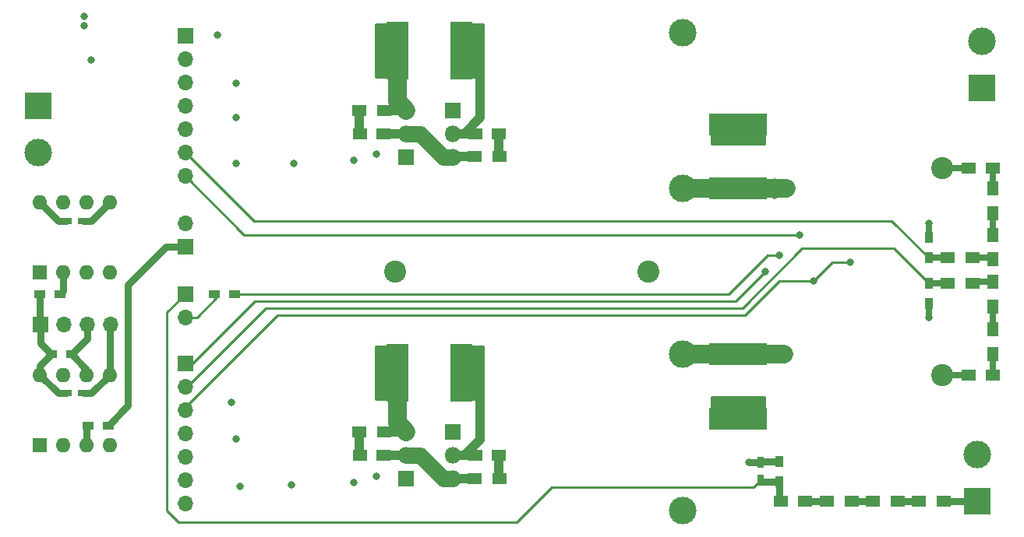
<source format=gbr>
%TF.GenerationSoftware,KiCad,Pcbnew,(5.1.10)-1*%
%TF.CreationDate,2022-06-03T10:18:56+01:00*%
%TF.ProjectId,GTI_V3,4754495f-5633-42e6-9b69-6361645f7063,rev?*%
%TF.SameCoordinates,Original*%
%TF.FileFunction,Copper,L4,Bot*%
%TF.FilePolarity,Positive*%
%FSLAX46Y46*%
G04 Gerber Fmt 4.6, Leading zero omitted, Abs format (unit mm)*
G04 Created by KiCad (PCBNEW (5.1.10)-1) date 2022-06-03 10:18:56*
%MOMM*%
%LPD*%
G01*
G04 APERTURE LIST*
%TA.AperFunction,SMDPad,CuDef*%
%ADD10R,1.200000X0.900000*%
%TD*%
%TA.AperFunction,SMDPad,CuDef*%
%ADD11R,1.500000X1.300000*%
%TD*%
%TA.AperFunction,SMDPad,CuDef*%
%ADD12R,1.500000X1.250000*%
%TD*%
%TA.AperFunction,ComponentPad*%
%ADD13R,1.700000X1.700000*%
%TD*%
%TA.AperFunction,ComponentPad*%
%ADD14O,1.700000X1.700000*%
%TD*%
%TA.AperFunction,SMDPad,CuDef*%
%ADD15R,0.900000X1.200000*%
%TD*%
%TA.AperFunction,SMDPad,CuDef*%
%ADD16R,0.750000X1.200000*%
%TD*%
%TA.AperFunction,ComponentPad*%
%ADD17O,1.600000X1.600000*%
%TD*%
%TA.AperFunction,ComponentPad*%
%ADD18R,1.600000X1.600000*%
%TD*%
%TA.AperFunction,ComponentPad*%
%ADD19R,3.000000X3.000000*%
%TD*%
%TA.AperFunction,ComponentPad*%
%ADD20C,3.000000*%
%TD*%
%TA.AperFunction,SMDPad,CuDef*%
%ADD21R,1.200000X0.750000*%
%TD*%
%TA.AperFunction,SMDPad,CuDef*%
%ADD22R,6.350000X2.400000*%
%TD*%
%TA.AperFunction,ComponentPad*%
%ADD23C,2.400000*%
%TD*%
%TA.AperFunction,SMDPad,CuDef*%
%ADD24R,2.400000X6.350000*%
%TD*%
%TA.AperFunction,SMDPad,CuDef*%
%ADD25R,1.300000X1.500000*%
%TD*%
%TA.AperFunction,ComponentPad*%
%ADD26O,1.800000X1.800000*%
%TD*%
%TA.AperFunction,ComponentPad*%
%ADD27R,1.800000X1.800000*%
%TD*%
%TA.AperFunction,ComponentPad*%
%ADD28C,2.999740*%
%TD*%
%TA.AperFunction,ViaPad*%
%ADD29C,0.800000*%
%TD*%
%TA.AperFunction,Conductor*%
%ADD30C,1.000000*%
%TD*%
%TA.AperFunction,Conductor*%
%ADD31C,0.750000*%
%TD*%
%TA.AperFunction,Conductor*%
%ADD32C,0.250000*%
%TD*%
%TA.AperFunction,Conductor*%
%ADD33C,0.650000*%
%TD*%
%TA.AperFunction,Conductor*%
%ADD34C,2.000000*%
%TD*%
%TA.AperFunction,Conductor*%
%ADD35C,1.750000*%
%TD*%
%TA.AperFunction,Conductor*%
%ADD36C,0.254000*%
%TD*%
%TA.AperFunction,Conductor*%
%ADD37C,0.100000*%
%TD*%
G04 APERTURE END LIST*
D10*
%TO.P,R31,1*%
%TO.N,GND*%
X124150000Y-92500000D03*
%TO.P,R31,2*%
%TO.N,GNDA*%
X126350000Y-92500000D03*
%TD*%
D11*
%TO.P,R25,1*%
%TO.N,GND*%
X142600000Y-107500000D03*
%TO.P,R25,2*%
%TO.N,Net-(C20-Pad2)*%
X139900000Y-107500000D03*
%TD*%
%TO.P,R22,1*%
%TO.N,Net-(C15-Pad2)*%
X152400000Y-112500000D03*
%TO.P,R22,2*%
%TO.N,Net-(C14-Pad2)*%
X155100000Y-112500000D03*
%TD*%
%TO.P,R7,1*%
%TO.N,GND*%
X142600000Y-72500000D03*
%TO.P,R7,2*%
%TO.N,Net-(C11-Pad2)*%
X139900000Y-72500000D03*
%TD*%
%TO.P,R4,1*%
%TO.N,Net-(C11-Pad1)*%
X152400000Y-77500000D03*
%TO.P,R4,2*%
%TO.N,Net-(C4-Pad2)*%
X155100000Y-77500000D03*
%TD*%
D12*
%TO.P,C20,1*%
%TO.N,Net-(C15-Pad2)*%
X142500000Y-110000000D03*
%TO.P,C20,2*%
%TO.N,Net-(C20-Pad2)*%
X140000000Y-110000000D03*
%TD*%
%TO.P,C14,1*%
%TO.N,VBUS*%
X152500000Y-110000000D03*
%TO.P,C14,2*%
%TO.N,Net-(C14-Pad2)*%
X155000000Y-110000000D03*
%TD*%
%TO.P,C11,1*%
%TO.N,Net-(C11-Pad1)*%
X142500000Y-75000000D03*
%TO.P,C11,2*%
%TO.N,Net-(C11-Pad2)*%
X140000000Y-75000000D03*
%TD*%
%TO.P,C4,1*%
%TO.N,VBUS*%
X152500000Y-75000000D03*
%TO.P,C4,2*%
%TO.N,Net-(C4-Pad2)*%
X155000000Y-75000000D03*
%TD*%
D13*
%TO.P,J8,1*%
%TO.N,/VBUS_Sense*%
X121000000Y-92440000D03*
D14*
%TO.P,J8,2*%
%TO.N,GND*%
X121000000Y-94980000D03*
%TD*%
D11*
%TO.P,R36,1*%
%TO.N,VBUS*%
X203350000Y-115000000D03*
%TO.P,R36,2*%
%TO.N,Net-(R35-Pad1)*%
X200650000Y-115000000D03*
%TD*%
%TO.P,R35,1*%
%TO.N,Net-(R35-Pad1)*%
X198350000Y-115000000D03*
%TO.P,R35,2*%
%TO.N,Net-(R34-Pad1)*%
X195650000Y-115000000D03*
%TD*%
%TO.P,R34,1*%
%TO.N,Net-(R34-Pad1)*%
X193350000Y-115000000D03*
%TO.P,R34,2*%
%TO.N,Net-(R33-Pad1)*%
X190650000Y-115000000D03*
%TD*%
%TO.P,R33,1*%
%TO.N,Net-(R33-Pad1)*%
X188350000Y-115000000D03*
%TO.P,R33,2*%
%TO.N,/VBUS_Sense*%
X185650000Y-115000000D03*
%TD*%
D15*
%TO.P,R32,1*%
%TO.N,GND*%
X185500000Y-110650000D03*
%TO.P,R32,2*%
%TO.N,/VBUS_Sense*%
X185500000Y-112850000D03*
%TD*%
D16*
%TO.P,C27,1*%
%TO.N,/VBUS_Sense*%
X183500000Y-112700000D03*
%TO.P,C27,2*%
%TO.N,GND*%
X183500000Y-110800000D03*
%TD*%
D13*
%TO.P,J3,1*%
%TO.N,+3V3*%
X121000000Y-64380000D03*
D14*
%TO.P,J3,2*%
%TO.N,GND*%
X121000000Y-66920000D03*
%TO.P,J3,3*%
%TO.N,Net-(IC1-Pad12)*%
X121000000Y-69460000D03*
%TO.P,J3,4*%
%TO.N,Net-(IC1-Pad13)*%
X121000000Y-72000000D03*
%TO.P,J3,5*%
%TO.N,Net-(IC1-Pad14)*%
X121000000Y-74540000D03*
%TO.P,J3,6*%
%TO.N,/V_Sense_A*%
X121000000Y-77080000D03*
%TO.P,J3,7*%
%TO.N,/I_Sense_A*%
X121000000Y-79620000D03*
%TD*%
D17*
%TO.P,U6,8*%
%TO.N,/Ext_Vdd*%
X105170000Y-101250000D03*
%TO.P,U6,4*%
%TO.N,N/C*%
X112790000Y-108870000D03*
%TO.P,U6,7*%
%TO.N,Net-(U6-Pad7)*%
X107710000Y-101250000D03*
%TO.P,U6,3*%
%TO.N,Net-(R30-Pad2)*%
X110250000Y-108870000D03*
%TO.P,U6,6*%
%TO.N,/Ext_Rx*%
X110250000Y-101250000D03*
%TO.P,U6,2*%
%TO.N,+3V3*%
X107710000Y-108870000D03*
%TO.P,U6,5*%
%TO.N,/Ext_Gnd*%
X112790000Y-101250000D03*
D18*
%TO.P,U6,1*%
%TO.N,Net-(U6-Pad1)*%
X105170000Y-108870000D03*
%TD*%
D17*
%TO.P,U5,8*%
%TO.N,+3V3*%
X105170000Y-82500000D03*
%TO.P,U5,4*%
%TO.N,N/C*%
X112790000Y-90120000D03*
%TO.P,U5,7*%
%TO.N,Net-(U5-Pad7)*%
X107710000Y-82500000D03*
%TO.P,U5,3*%
%TO.N,/Ext_Tx*%
X110250000Y-90120000D03*
%TO.P,U5,6*%
%TO.N,/Rx*%
X110250000Y-82500000D03*
%TO.P,U5,2*%
%TO.N,Net-(R28-Pad1)*%
X107710000Y-90120000D03*
%TO.P,U5,5*%
%TO.N,GND*%
X112790000Y-82500000D03*
D18*
%TO.P,U5,1*%
%TO.N,Net-(U5-Pad1)*%
X105170000Y-90120000D03*
%TD*%
D10*
%TO.P,R30,1*%
%TO.N,/Tx*%
X112600000Y-106750000D03*
%TO.P,R30,2*%
%TO.N,Net-(R30-Pad2)*%
X110400000Y-106750000D03*
%TD*%
%TO.P,R29,1*%
%TO.N,/Ext_Rx*%
X108600000Y-99000000D03*
%TO.P,R29,2*%
%TO.N,/Ext_Vdd*%
X106400000Y-99000000D03*
%TD*%
%TO.P,R28,1*%
%TO.N,Net-(R28-Pad1)*%
X107350000Y-92500000D03*
%TO.P,R28,2*%
%TO.N,/Ext_Vdd*%
X105150000Y-92500000D03*
%TD*%
D13*
%TO.P,J7,1*%
%TO.N,/Ext_Vdd*%
X105210000Y-95750000D03*
D14*
%TO.P,J7,2*%
%TO.N,/Ext_Tx*%
X107750000Y-95750000D03*
%TO.P,J7,3*%
%TO.N,/Ext_Rx*%
X110290000Y-95750000D03*
%TO.P,J7,4*%
%TO.N,/Ext_Gnd*%
X112830000Y-95750000D03*
%TD*%
D19*
%TO.P,J5,1*%
%TO.N,Net-(C13-Pad2)*%
X207500000Y-70000000D03*
D20*
%TO.P,J5,2*%
%TO.N,Net-(C13-Pad1)*%
X207500000Y-64920000D03*
%TD*%
D13*
%TO.P,J4,1*%
%TO.N,/Tx*%
X121000000Y-87290000D03*
D14*
%TO.P,J4,2*%
%TO.N,/Rx*%
X121000000Y-84750000D03*
%TD*%
D19*
%TO.P,J2,1*%
%TO.N,VBUS*%
X207000000Y-115000000D03*
D20*
%TO.P,J2,2*%
%TO.N,GND*%
X207000000Y-109920000D03*
%TD*%
D19*
%TO.P,J1,1*%
%TO.N,VCC*%
X105000000Y-72000000D03*
D20*
%TO.P,J1,2*%
%TO.N,GND*%
X105000000Y-77080000D03*
%TD*%
D21*
%TO.P,C26,1*%
%TO.N,/Ext_Vdd*%
X108050000Y-103250000D03*
%TO.P,C26,2*%
%TO.N,/Ext_Gnd*%
X109950000Y-103250000D03*
%TD*%
%TO.P,C22,1*%
%TO.N,+3V3*%
X108050000Y-84500000D03*
%TO.P,C22,2*%
%TO.N,GND*%
X109950000Y-84500000D03*
%TD*%
D22*
%TO.P,C10,1*%
%TO.N,Net-(C10-Pad1)*%
X181000000Y-81000000D03*
%TO.P,C10,2*%
%TO.N,GND*%
X181000000Y-74000000D03*
%TD*%
D23*
%TO.P,C13,2*%
%TO.N,Net-(C13-Pad2)*%
X203250000Y-101250000D03*
%TO.P,C13,1*%
%TO.N,Net-(C13-Pad1)*%
X203250000Y-78750000D03*
%TD*%
D22*
%TO.P,C19,2*%
%TO.N,GND*%
X181000000Y-106000000D03*
%TO.P,C19,1*%
%TO.N,Net-(C19-Pad1)*%
X181000000Y-99000000D03*
%TD*%
D23*
%TO.P,C23,1*%
%TO.N,VBUS*%
X171250000Y-90000000D03*
%TO.P,C23,2*%
%TO.N,GND*%
X143750000Y-90000000D03*
%TD*%
D24*
%TO.P,C24,1*%
%TO.N,VBUS*%
X151000000Y-66000000D03*
%TO.P,C24,2*%
%TO.N,GND*%
X144000000Y-66000000D03*
%TD*%
%TO.P,C25,2*%
%TO.N,GND*%
X144000000Y-101000000D03*
%TO.P,C25,1*%
%TO.N,VBUS*%
X151000000Y-101000000D03*
%TD*%
D13*
%TO.P,J6,1*%
%TO.N,/I_Sense_B*%
X121000000Y-100000000D03*
D14*
%TO.P,J6,2*%
%TO.N,/V_Sense_B*%
X121000000Y-102540000D03*
%TO.P,J6,3*%
%TO.N,+3V3*%
X121000000Y-105080000D03*
%TO.P,J6,4*%
%TO.N,Net-(IC2-Pad12)*%
X121000000Y-107620000D03*
%TO.P,J6,5*%
%TO.N,Net-(IC2-Pad13)*%
X121000000Y-110160000D03*
%TO.P,J6,6*%
%TO.N,Net-(IC2-Pad14)*%
X121000000Y-112700000D03*
%TO.P,J6,7*%
%TO.N,GND*%
X121000000Y-115240000D03*
%TD*%
D11*
%TO.P,R18,1*%
%TO.N,Net-(C13-Pad2)*%
X206050000Y-101250000D03*
%TO.P,R18,2*%
%TO.N,Net-(R17-Pad1)*%
X208750000Y-101250000D03*
%TD*%
D25*
%TO.P,R17,1*%
%TO.N,Net-(R17-Pad1)*%
X208750000Y-99000000D03*
%TO.P,R17,2*%
%TO.N,Net-(R16-Pad1)*%
X208750000Y-96300000D03*
%TD*%
%TO.P,R16,1*%
%TO.N,Net-(R16-Pad1)*%
X208750000Y-93850000D03*
%TO.P,R16,2*%
%TO.N,Net-(R15-Pad1)*%
X208750000Y-91150000D03*
%TD*%
D11*
%TO.P,R15,1*%
%TO.N,Net-(R15-Pad1)*%
X206500000Y-91250000D03*
%TO.P,R15,2*%
%TO.N,/V_Sense_B*%
X203800000Y-91250000D03*
%TD*%
%TO.P,R13,1*%
%TO.N,Net-(C13-Pad1)*%
X206050000Y-78750000D03*
%TO.P,R13,2*%
%TO.N,Net-(R12-Pad1)*%
X208750000Y-78750000D03*
%TD*%
D25*
%TO.P,R12,1*%
%TO.N,Net-(R12-Pad1)*%
X208750000Y-81000000D03*
%TO.P,R12,2*%
%TO.N,Net-(R11-Pad1)*%
X208750000Y-83700000D03*
%TD*%
%TO.P,R11,1*%
%TO.N,Net-(R11-Pad1)*%
X208750000Y-86000000D03*
%TO.P,R11,2*%
%TO.N,Net-(R10-Pad1)*%
X208750000Y-88700000D03*
%TD*%
D11*
%TO.P,R10,1*%
%TO.N,Net-(R10-Pad1)*%
X206500000Y-88500000D03*
%TO.P,R10,2*%
%TO.N,/V_Sense_A*%
X203800000Y-88500000D03*
%TD*%
D26*
%TO.P,Q4,3*%
%TO.N,GND*%
X145000000Y-107460000D03*
%TO.P,Q4,2*%
%TO.N,Net-(C15-Pad2)*%
X145000000Y-110000000D03*
D27*
%TO.P,Q4,1*%
%TO.N,Net-(Q4-Pad1)*%
X145000000Y-112540000D03*
%TD*%
D26*
%TO.P,Q3,3*%
%TO.N,Net-(C15-Pad2)*%
X150000000Y-112540000D03*
%TO.P,Q3,2*%
%TO.N,VBUS*%
X150000000Y-110000000D03*
D27*
%TO.P,Q3,1*%
%TO.N,Net-(Q3-Pad1)*%
X150000000Y-107460000D03*
%TD*%
D28*
%TO.P,L2,2*%
%TO.N,Net-(C19-Pad1)*%
X175000000Y-99001160D03*
%TO.P,L2,1*%
%TO.N,Net-(C15-Pad2)*%
X175000000Y-115998840D03*
%TD*%
D15*
%TO.P,R14,1*%
%TO.N,GND*%
X201750000Y-93450000D03*
%TO.P,R14,2*%
%TO.N,/V_Sense_B*%
X201750000Y-91250000D03*
%TD*%
%TO.P,R9,1*%
%TO.N,GND*%
X201750000Y-86300000D03*
%TO.P,R9,2*%
%TO.N,/V_Sense_A*%
X201750000Y-88500000D03*
%TD*%
D28*
%TO.P,L1,1*%
%TO.N,Net-(C11-Pad1)*%
X175000000Y-64001160D03*
%TO.P,L1,2*%
%TO.N,Net-(C10-Pad1)*%
X175000000Y-80998840D03*
%TD*%
D27*
%TO.P,Q2,1*%
%TO.N,Net-(Q2-Pad1)*%
X145000000Y-77540000D03*
D26*
%TO.P,Q2,2*%
%TO.N,Net-(C11-Pad1)*%
X145000000Y-75000000D03*
%TO.P,Q2,3*%
%TO.N,GND*%
X145000000Y-72460000D03*
%TD*%
%TO.P,Q1,3*%
%TO.N,Net-(C11-Pad1)*%
X150000000Y-77540000D03*
%TO.P,Q1,2*%
%TO.N,VBUS*%
X150000000Y-75000000D03*
D27*
%TO.P,Q1,1*%
%TO.N,Net-(Q1-Pad1)*%
X150000000Y-72460000D03*
%TD*%
D29*
%TO.N,VBUS*%
X153000000Y-63500000D03*
X153000000Y-64500000D03*
X153000000Y-65500000D03*
X153000000Y-66500000D03*
X153000000Y-67500000D03*
X153000000Y-68500000D03*
X153000000Y-98500000D03*
X153000000Y-99500000D03*
X153000000Y-100500000D03*
X153000000Y-101500000D03*
X153000000Y-102500000D03*
X153000000Y-103500000D03*
%TO.N,+3V3*%
X193250000Y-89000000D03*
X189250000Y-91000000D03*
X110000000Y-62250000D03*
X110000000Y-63250000D03*
X126500000Y-108250000D03*
X126500000Y-78250000D03*
X126500000Y-73250000D03*
X126500000Y-69500000D03*
X126899999Y-113350001D03*
%TO.N,GNDA*%
X185500000Y-88250000D03*
%TO.N,GND*%
X124500000Y-64250000D03*
X110750000Y-67000000D03*
X182250000Y-110750000D03*
X201750000Y-95000000D03*
X201750000Y-84750000D03*
X139250000Y-112950000D03*
X139300000Y-77950000D03*
X142000000Y-63500000D03*
X142000000Y-64500000D03*
X142000000Y-65500000D03*
X142000000Y-66500000D03*
X142000000Y-67500000D03*
X142000000Y-68500000D03*
X142000000Y-98500000D03*
X142000000Y-99500000D03*
X142000000Y-100500000D03*
X142000000Y-101500000D03*
X142000000Y-102500000D03*
X142000000Y-103500000D03*
X178500000Y-104000000D03*
X179500000Y-104000000D03*
X180500000Y-104000000D03*
X181500000Y-104000000D03*
X182500000Y-104000000D03*
X183500000Y-104000000D03*
X178500000Y-75750000D03*
X179500000Y-75750000D03*
X180500000Y-75750000D03*
X181500000Y-75750000D03*
X182500000Y-75750000D03*
X183500000Y-75750000D03*
X141750000Y-77250000D03*
X141750000Y-112250000D03*
X132500000Y-113250000D03*
X132750000Y-78250000D03*
X126000000Y-104250000D03*
%TO.N,Net-(C10-Pad1)*%
X185000000Y-80250000D03*
X185000000Y-81750000D03*
X186250000Y-81000000D03*
%TO.N,/I_Sense_A*%
X187750000Y-86000000D03*
%TO.N,/I_Sense_B*%
X184000000Y-90000000D03*
%TO.N,Net-(C19-Pad1)*%
X185000000Y-98400000D03*
X185000000Y-99600000D03*
X186000000Y-99000000D03*
%TD*%
D30*
%TO.N,VBUS*%
X152500000Y-75000000D02*
X150000000Y-75000000D01*
X150000000Y-110000000D02*
X152500000Y-110000000D01*
D31*
X207000000Y-115000000D02*
X203350000Y-115000000D01*
D30*
X153000000Y-108272792D02*
X153000000Y-103500000D01*
X151272792Y-110000000D02*
X153000000Y-108272792D01*
X150000000Y-110000000D02*
X151272792Y-110000000D01*
X153000000Y-73272792D02*
X153000000Y-68500000D01*
X151272792Y-75000000D02*
X153000000Y-73272792D01*
X150000000Y-75000000D02*
X151272792Y-75000000D01*
D32*
%TO.N,+3V3*%
X191250000Y-89000000D02*
X189250000Y-91000000D01*
X193250000Y-89000000D02*
X191250000Y-89000000D01*
D31*
X107170000Y-84500000D02*
X105170000Y-82500000D01*
X108050000Y-84500000D02*
X107170000Y-84500000D01*
D32*
X121000000Y-104750000D02*
X121000000Y-105080000D01*
X131000000Y-94750000D02*
X121000000Y-104750000D01*
X181750000Y-94750000D02*
X131000000Y-94750000D01*
X185500000Y-91000000D02*
X181750000Y-94750000D01*
X189250000Y-91000000D02*
X185500000Y-91000000D01*
%TO.N,GNDA*%
X126850000Y-92500000D02*
X126600000Y-92250000D01*
X180000000Y-92500000D02*
X126850000Y-92500000D01*
X184250000Y-88250000D02*
X180000000Y-92500000D01*
X185500000Y-88250000D02*
X184250000Y-88250000D01*
D31*
%TO.N,GND*%
X110790000Y-84500000D02*
X112790000Y-82500000D01*
X109950000Y-84500000D02*
X110790000Y-84500000D01*
X112750000Y-82540000D02*
X112790000Y-82500000D01*
D33*
X201750000Y-84750000D02*
X201750000Y-86300000D01*
X201750000Y-95000000D02*
X201750000Y-93450000D01*
D30*
X144960000Y-72500000D02*
X145000000Y-72460000D01*
X142600000Y-72500000D02*
X144960000Y-72500000D01*
X144960000Y-107500000D02*
X145000000Y-107460000D01*
X142600000Y-107500000D02*
X144960000Y-107500000D01*
D31*
X183650000Y-110650000D02*
X183500000Y-110800000D01*
X185500000Y-110650000D02*
X183650000Y-110650000D01*
X183450000Y-110750000D02*
X183500000Y-110800000D01*
X182250000Y-110750000D02*
X183450000Y-110750000D01*
D34*
X144000000Y-71460000D02*
X145000000Y-72460000D01*
X144000000Y-66000000D02*
X144000000Y-71460000D01*
X144000000Y-106460000D02*
X145000000Y-107460000D01*
X144000000Y-101000000D02*
X144000000Y-106460000D01*
D32*
X121000000Y-94980000D02*
X122270000Y-94980000D01*
X124400000Y-92850000D02*
X124400000Y-92250000D01*
X122270000Y-94980000D02*
X124400000Y-92850000D01*
D34*
%TO.N,Net-(C10-Pad1)*%
X180998840Y-80998840D02*
X181000000Y-81000000D01*
X175000000Y-80998840D02*
X180998840Y-80998840D01*
X181000000Y-81000000D02*
X186250000Y-81000000D01*
D30*
%TO.N,Net-(C11-Pad2)*%
X139900000Y-74900000D02*
X140000000Y-75000000D01*
X139900000Y-72500000D02*
X139900000Y-74900000D01*
D33*
%TO.N,Net-(R10-Pad1)*%
X208550000Y-88500000D02*
X208750000Y-88700000D01*
X206500000Y-88500000D02*
X208550000Y-88500000D01*
%TO.N,/V_Sense_A*%
X201750000Y-88500000D02*
X203800000Y-88500000D01*
D32*
X128420000Y-84500000D02*
X121000000Y-77080000D01*
X197750000Y-84500000D02*
X128420000Y-84500000D01*
X201750000Y-88500000D02*
X197750000Y-84500000D01*
%TO.N,/I_Sense_A*%
X127380000Y-86000000D02*
X121000000Y-79620000D01*
X187750000Y-86000000D02*
X127380000Y-86000000D01*
%TO.N,/I_Sense_B*%
X183750000Y-90000000D02*
X184000000Y-90000000D01*
X180750000Y-93250000D02*
X184000000Y-90000000D01*
X128500000Y-93250000D02*
X180750000Y-93250000D01*
X121750000Y-100000000D02*
X128500000Y-93250000D01*
X121000000Y-100000000D02*
X121750000Y-100000000D01*
D33*
%TO.N,/V_Sense_B*%
X203800000Y-91250000D02*
X201750000Y-91250000D01*
D32*
X198000000Y-87500000D02*
X201750000Y-91250000D01*
X188000000Y-87500000D02*
X198000000Y-87500000D01*
X181500000Y-94000000D02*
X188000000Y-87500000D01*
X129750000Y-94000000D02*
X181500000Y-94000000D01*
X121210000Y-102540000D02*
X129750000Y-94000000D01*
X121000000Y-102540000D02*
X121210000Y-102540000D01*
D33*
%TO.N,Net-(R11-Pad1)*%
X208750000Y-86000000D02*
X208750000Y-83700000D01*
%TO.N,Net-(R12-Pad1)*%
X208750000Y-81000000D02*
X208750000Y-78750000D01*
%TO.N,Net-(R15-Pad1)*%
X206600000Y-91150000D02*
X206500000Y-91250000D01*
X208750000Y-91150000D02*
X206600000Y-91150000D01*
%TO.N,Net-(R16-Pad1)*%
X208750000Y-96300000D02*
X208750000Y-93850000D01*
%TO.N,Net-(R17-Pad1)*%
X208750000Y-101250000D02*
X208750000Y-99000000D01*
D30*
%TO.N,Net-(C4-Pad2)*%
X155000000Y-77400000D02*
X155100000Y-77500000D01*
X155000000Y-75000000D02*
X155000000Y-77400000D01*
%TO.N,Net-(C11-Pad1)*%
X142500000Y-75000000D02*
X145000000Y-75000000D01*
X150040000Y-77500000D02*
X150000000Y-77540000D01*
X152400000Y-77500000D02*
X150040000Y-77500000D01*
D35*
X149040000Y-77540000D02*
X150000000Y-77540000D01*
X146500000Y-75000000D02*
X149040000Y-77540000D01*
X145000000Y-75000000D02*
X146500000Y-75000000D01*
D33*
%TO.N,Net-(C13-Pad2)*%
X203250000Y-101250000D02*
X206050000Y-101250000D01*
%TO.N,Net-(C13-Pad1)*%
X206050000Y-78750000D02*
X203000000Y-78750000D01*
D30*
%TO.N,Net-(C14-Pad2)*%
X155000000Y-112400000D02*
X155100000Y-112500000D01*
X155000000Y-110000000D02*
X155000000Y-112400000D01*
%TO.N,Net-(C15-Pad2)*%
X142500000Y-110000000D02*
X145000000Y-110000000D01*
X150040000Y-112500000D02*
X150000000Y-112540000D01*
X152400000Y-112500000D02*
X150040000Y-112500000D01*
D35*
X149040000Y-112540000D02*
X150000000Y-112540000D01*
X146500000Y-110000000D02*
X149040000Y-112540000D01*
X145000000Y-110000000D02*
X146500000Y-110000000D01*
D34*
%TO.N,Net-(C19-Pad1)*%
X180998840Y-99001160D02*
X181000000Y-99000000D01*
X175000000Y-99001160D02*
X180998840Y-99001160D01*
X181000000Y-99000000D02*
X186000000Y-99000000D01*
D30*
%TO.N,Net-(C20-Pad2)*%
X139900000Y-109900000D02*
X140000000Y-110000000D01*
X139900000Y-107500000D02*
X139900000Y-109900000D01*
D31*
%TO.N,/Ext_Vdd*%
X107170000Y-103250000D02*
X105170000Y-101250000D01*
X108050000Y-103250000D02*
X107170000Y-103250000D01*
X105170000Y-100230000D02*
X106400000Y-99000000D01*
X105170000Y-101250000D02*
X105170000Y-100230000D01*
X105210000Y-97810000D02*
X106400000Y-99000000D01*
X105210000Y-95750000D02*
X105210000Y-97810000D01*
X105150000Y-95690000D02*
X105210000Y-95750000D01*
X105150000Y-92500000D02*
X105150000Y-95690000D01*
%TO.N,/Ext_Gnd*%
X110790000Y-103250000D02*
X112790000Y-101250000D01*
X109950000Y-103250000D02*
X110790000Y-103250000D01*
X112790000Y-95790000D02*
X112830000Y-95750000D01*
X112790000Y-101250000D02*
X112790000Y-95790000D01*
%TO.N,/Tx*%
X120710000Y-87290000D02*
X121000000Y-87000000D01*
X118911000Y-87290000D02*
X120710000Y-87290000D01*
X114750000Y-91451000D02*
X118911000Y-87290000D01*
X114750000Y-104600000D02*
X114750000Y-91451000D01*
X112600000Y-106750000D02*
X114750000Y-104600000D01*
%TO.N,/Ext_Rx*%
X110290000Y-97310000D02*
X108600000Y-99000000D01*
X110290000Y-95750000D02*
X110290000Y-97310000D01*
X110250000Y-100650000D02*
X108600000Y-99000000D01*
X110250000Y-101250000D02*
X110250000Y-100650000D01*
%TO.N,Net-(R28-Pad1)*%
X107710000Y-92140000D02*
X107350000Y-92500000D01*
X107710000Y-90120000D02*
X107710000Y-92140000D01*
%TO.N,Net-(R30-Pad2)*%
X110250000Y-106900000D02*
X110400000Y-106750000D01*
X110250000Y-108870000D02*
X110250000Y-106900000D01*
%TO.N,/VBUS_Sense*%
X185500000Y-114850000D02*
X185650000Y-115000000D01*
X185500000Y-112850000D02*
X185500000Y-114850000D01*
X183650000Y-112850000D02*
X183500000Y-112700000D01*
X185500000Y-112850000D02*
X183650000Y-112850000D01*
D32*
X119000000Y-94440000D02*
X121000000Y-92440000D01*
X119000000Y-116000000D02*
X119000000Y-94440000D01*
X120250000Y-117250000D02*
X119000000Y-116000000D01*
X157000000Y-117250000D02*
X120250000Y-117250000D01*
X160774999Y-113475001D02*
X157000000Y-117250000D01*
X182724999Y-113475001D02*
X160774999Y-113475001D01*
X183500000Y-112700000D02*
X182724999Y-113475001D01*
D31*
%TO.N,Net-(R33-Pad1)*%
X190650000Y-115000000D02*
X188350000Y-115000000D01*
%TO.N,Net-(R34-Pad1)*%
X195650000Y-115000000D02*
X193350000Y-115000000D01*
%TO.N,Net-(R35-Pad1)*%
X200650000Y-115000000D02*
X198350000Y-115000000D01*
%TD*%
D36*
%TO.N,VBUS*%
X153373000Y-68873000D02*
X150127000Y-68873000D01*
X150127000Y-63127000D01*
X153373000Y-63127000D01*
X153373000Y-68873000D01*
%TA.AperFunction,Conductor*%
D37*
G36*
X153373000Y-68873000D02*
G01*
X150127000Y-68873000D01*
X150127000Y-63127000D01*
X153373000Y-63127000D01*
X153373000Y-68873000D01*
G37*
%TD.AperFunction*%
%TD*%
D36*
%TO.N,GND*%
X144873000Y-68873000D02*
X141627000Y-68873000D01*
X141627000Y-63127000D01*
X144873000Y-63127000D01*
X144873000Y-68873000D01*
%TA.AperFunction,Conductor*%
D37*
G36*
X144873000Y-68873000D02*
G01*
X141627000Y-68873000D01*
X141627000Y-63127000D01*
X144873000Y-63127000D01*
X144873000Y-68873000D01*
G37*
%TD.AperFunction*%
%TD*%
D36*
%TO.N,VBUS*%
X153373000Y-103873000D02*
X150127000Y-103873000D01*
X150127000Y-98127000D01*
X153373000Y-98127000D01*
X153373000Y-103873000D01*
%TA.AperFunction,Conductor*%
D37*
G36*
X153373000Y-103873000D02*
G01*
X150127000Y-103873000D01*
X150127000Y-98127000D01*
X153373000Y-98127000D01*
X153373000Y-103873000D01*
G37*
%TD.AperFunction*%
%TD*%
D36*
%TO.N,GND*%
X144873000Y-103873000D02*
X141627000Y-103873000D01*
X141627000Y-98127000D01*
X144873000Y-98127000D01*
X144873000Y-103873000D01*
%TA.AperFunction,Conductor*%
D37*
G36*
X144873000Y-103873000D02*
G01*
X141627000Y-103873000D01*
X141627000Y-98127000D01*
X144873000Y-98127000D01*
X144873000Y-103873000D01*
G37*
%TD.AperFunction*%
%TD*%
D36*
%TO.N,GND*%
X183873000Y-106873000D02*
X178127000Y-106873000D01*
X178127000Y-103627000D01*
X183873000Y-103627000D01*
X183873000Y-106873000D01*
%TA.AperFunction,Conductor*%
D37*
G36*
X183873000Y-106873000D02*
G01*
X178127000Y-106873000D01*
X178127000Y-103627000D01*
X183873000Y-103627000D01*
X183873000Y-106873000D01*
G37*
%TD.AperFunction*%
%TD*%
D36*
%TO.N,GND*%
X183873000Y-76123000D02*
X178127000Y-76123000D01*
X178127000Y-73127000D01*
X183873000Y-73127000D01*
X183873000Y-76123000D01*
%TA.AperFunction,Conductor*%
D37*
G36*
X183873000Y-76123000D02*
G01*
X178127000Y-76123000D01*
X178127000Y-73127000D01*
X183873000Y-73127000D01*
X183873000Y-76123000D01*
G37*
%TD.AperFunction*%
%TD*%
M02*

</source>
